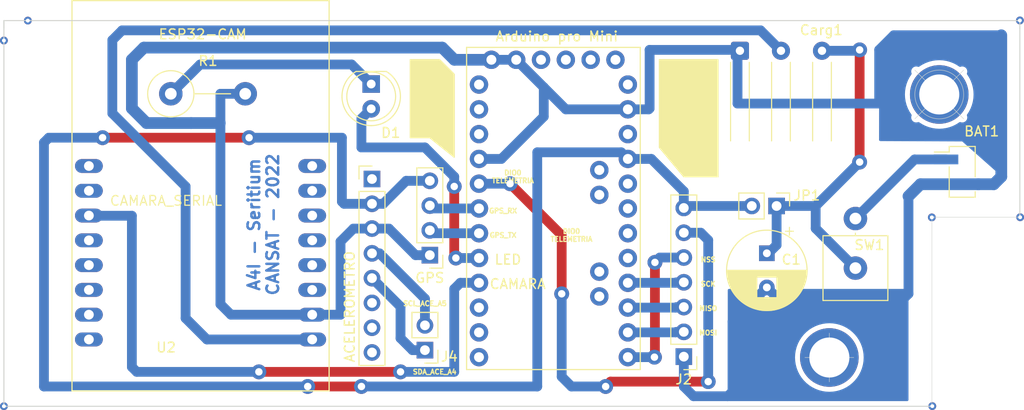
<source format=kicad_pcb>
(kicad_pcb (version 20211014) (generator pcbnew)
  (layers (0 "F.Cu" signal) (31 "B.Cu" signal) (34 "B.Paste" user) (35 "F.Paste" user) (36 "B.SilkS" user "B.Silkscreen") (37 "F.SilkS" user "F.Silkscreen") (38 "B.Mask" user) (39 "F.Mask" user) (44 "Edge.Cuts" user))
  (net 0 "")
  (net 1 "Net-(C1-Pad1)")
  (net 2 "3.7V")
  (net 3 "Net-(D1-Pad1)")
  (net 4 "GND")
  (net 5 "/LED")
  (net 6 "5V")
  (net 15 "/CAMARA")
  (net 22 "3.3V")
  (net 26 "/MOSI")
  (net 27 "/MISO")
  (net 28 "/SCK")
  (net 29 "NSS")
  (net 30 "DIO0")
  (net 31 "/GPS_RX")
  (net 52 "/GPS_TX")
  (net 53 "/SCL_ACE")
  (net 54 "/SDA_ACE")
  (footprint "LED_THT:LED_D5.0mm" (layer "F.Cu") (at 37.6 6.5 -90)
    (fp_text reference "D1" (at 5 -2 180) (layer "F.SilkS"))
    (fp_text value "LED Blanco brillante")
    (fp_line (start -1.29 -1.545) (end -1.29 1.545) (layer "F.SilkS") (width 0.12))
    (fp_arc (start -1.29 -1.54483) (mid 2.072002 -2.880433) (end 4.26 0.000462) (layer "F.SilkS") (width 0.12))
    (fp_arc (start 4.26 -0.000462) (mid 2.072002 2.880433) (end -1.29 1.54483) (layer "F.SilkS") (width 0.12))
    (fp_circle (center 1.27 0) (end 3.77 0) (layer "F.SilkS") (width 0.12) (fill none))
    (pad "1" thru_hole rect (at 0 0 270) (size 1.8 1.8) (drill 0.9) (layers *.Cu *.Mask) (net 3 "Net-(D1-Pad1)"))
    (pad "2" thru_hole circle (at 2.54 0 270) (size 1.8 1.8) (drill 0.9) (layers *.Cu *.Mask) (net 5 "/LED"))
  )
  (footprint "Connector_PinHeader_2.54mm:PinHeader_1x02_P2.54mm_Vertical" (layer "F.Cu") (at 79.1 19 -90)
    (fp_text reference "JP1" (at -1.080059 -3.099988 180) (layer "F.SilkS"))
    (fp_text value "JUMPER_CIRCUITO")
    (fp_line (start 1.33 1.27) (end 1.33 3.87) (layer "F.SilkS") (width 0.12))
    (fp_line (start -1.33 0) (end -1.33 -1.33) (layer "F.SilkS") (width 0.12))
    (fp_line (start -1.33 1.27) (end 1.33 1.27) (layer "F.SilkS") (width 0.12))
    (fp_line (start -1.33 -1.33) (end 0 -1.33) (layer "F.SilkS") (width 0.12))
    (fp_line (start -1.33 1.27) (end -1.33 3.87) (layer "F.SilkS") (width 0.12))
    (fp_line (start -1.33 3.87) (end 1.33 3.87) (layer "F.SilkS") (width 0.12))
    (pad "1" thru_hole rect (at 0 0 270) (size 1.7 1.7) (drill 1) (layers *.Cu *.Mask) (net 1 "Net-(C1-Pad1)"))
    (pad "2" thru_hole oval (at 0 2.54 270) (size 1.7 1.7) (drill 1) (layers *.Cu *.Mask) (net 22 "3.3V"))
  )
  (footprint "ESP32_CAM:ESP32-CAM" (layer "F.Cu") (at 20.130175 22.520979 180)
    (fp_text reference "U2" (at 3.530175 -10.979021) (layer "F.SilkS"))
    (fp_text value "ESP32-CAM")
    (fp_text user "ESP32-CAM" (at -0.219307 21.121858) (layer "F.SilkS"))
    (fp_line (start -13.16 -15.43) (end 13.16 -15.43) (layer "F.SilkS") (width 0.127))
    (fp_line (start 13.16 -15.43) (end 13.16 24.57) (layer "F.SilkS") (width 0.127))
    (fp_line (start -13.16 24.57) (end -13.16 -15.43) (layer "F.SilkS") (width 0.127))
    (fp_line (start 13.16 24.57) (end -13.16 24.57) (layer "F.SilkS") (width 0.127))
    (pad "P$1" thru_hole oval locked (at -11.43 -10.16 180) (size 2.8448 1.4224) (drill 1) (layers *.Cu *.Mask) (net 6 "5V"))
    (pad "P$2" thru_hole oval locked (at -11.43 -7.62 180) (size 2.8448 1.4224) (drill 1) (layers *.Cu *.Mask) (net 4 "GND"))
    (pad "P$3" thru_hole oval locked (at -11.43 -5.08 180) (size 2.8448 1.4224) (drill 1) (layers *.Cu *.Mask))
    (pad "P$4" thru_hole oval locked (at -11.43 -2.54 180) (size 2.8448 1.4224) (drill 1) (layers *.Cu *.Mask))
    (pad "P$5" thru_hole oval locked (at -11.43 0 180) (size 2.8448 1.4224) (drill 1) (layers *.Cu *.Mask))
    (pad "P$6" thru_hole oval locked (at -11.43 2.54 180) (size 2.8448 1.4224) (drill 1) (layers *.Cu *.Mask))
    (pad "P$7" thru_hole oval locked (at -11.43 5.08 180) (size 2.8448 1.4224) (drill 1) (layers *.Cu *.Mask))
    (pad "P$8" thru_hole oval locked (at -11.43 7.62 180) (size 2.8448 1.4224) (drill 1) (layers *.Cu *.Mask))
    (pad "P$9" thru_hole oval locked (at 11.43 7.62 180) (size 2.8448 1.4224) (drill 1) (layers *.Cu *.Mask))
    (pad "P$10" thru_hole oval locked (at 11.43 5.08 180) (size 2.8448 1.4224) (drill 1) (layers *.Cu *.Mask))
    (pad "P$11" thru_hole oval locked (at 11.43 2.54 180) (size 2.8448 1.4224) (drill 1) (layers *.Cu *.Mask) (net 15 "/CAMARA"))
    (pad "P$12" thru_hole oval locked (at 11.43 0 180) (size 2.8448 1.4224) (drill 1) (layers *.Cu *.Mask))
    (pad "P$13" thru_hole oval locked (at 11.43 -2.54 180) (size 2.8448 1.4224) (drill 1) (layers *.Cu *.Mask))
    (pad "P$14" thru_hole oval locked (at 11.43 -5.08 180) (size 2.8448 1.4224) (drill 1) (layers *.Cu *.Mask))
    (pad "P$15" thru_hole oval locked (at 11.43 -7.62 180) (size 2.8448 1.4224) (drill 1) (layers *.Cu *.Mask))
    (pad "P$16" thru_hole oval locked (at 11.43 -10.16 180) (size 2.8448 1.4224) (drill 1) (layers *.Cu *.Mask))
  )
  (footprint "Resistor_THT:R_Axial_DIN0414_L11.9mm_D4.5mm_P7.62mm_Vertical" (layer "F.Cu") (at 17.085 7.5)
    (fp_text reference "R1" (at 3.81 -3.37) (layer "F.SilkS"))
    (fp_text value "220 Ohm")
    (fp_line (start 2.37 0) (end 6.12 0) (layer "F.SilkS") (width 0.12))
    (fp_circle (center 0 0) (end 2.37 0) (layer "F.SilkS") (width 0.12) (fill none))
    (pad "1" thru_hole circle (at 0 0) (size 2.4 2.4) (drill 1.2) (layers *.Cu *.Mask) (net 3 "Net-(D1-Pad1)"))
    (pad "2" thru_hole oval (at 7.62 0) (size 2.4 2.4) (drill 1.2) (layers *.Cu *.Mask) (net 4 "GND"))
  )
  (footprint "Connector_PinHeader_2.54mm:PinHeader_1x02_P2.54mm_Vertical" (layer "F.Cu") (at 43.1 33.775 180)
    (fp_text reference "J4" (at -2.5 -0.665) (layer "F.SilkS"))
    (fp_text value "AEREO")
    (fp_line (start -1.33 3.87) (end 1.33 3.87) (layer "F.SilkS") (width 0.12))
    (fp_line (start -1.33 -1.33) (end 0 -1.33) (layer "F.SilkS") (width 0.12))
    (fp_line (start -1.33 0) (end -1.33 -1.33) (layer "F.SilkS") (width 0.12))
    (fp_line (start -1.33 1.27) (end -1.33 3.87) (layer "F.SilkS") (width 0.12))
    (fp_line (start 1.33 1.27) (end 1.33 3.87) (layer "F.SilkS") (width 0.12))
    (fp_line (start -1.33 1.27) (end 1.33 1.27) (layer "F.SilkS") (width 0.12))
    (pad "1" thru_hole rect (at 0 0 180) (size 1.7 1.7) (drill 1) (layers *.Cu *.Mask) (net 54 "/SDA_ACE"))
    (pad "2" thru_hole oval (at 0 2.54 180) (size 1.7 1.7) (drill 1) (layers *.Cu *.Mask) (net 53 "/SCL_ACE"))
  )
  (footprint "Capacitor_THT:CP_Radial_D8.0mm_P3.50mm" (layer "F.Cu") (at 78.1 23.847349 -90)
    (fp_text reference "C1" (at 0.652651 -2.5 180) (layer "F.SilkS"))
    (fp_text value "47uF")
    (fp_line (start 5.191 -2.228) (end 5.191 2.228) (layer "F.SilkS") (width 0.12))
    (fp_line (start 3.711 1.04) (end 3.711 3.584) (layer "F.SilkS") (width 0.12))
    (fp_line (start 5.351 -1.964) (end 5.351 1.964) (layer "F.SilkS") (width 0.12))
    (fp_line (start 3.911 -3.469) (end 3.911 -1.04) (layer "F.SilkS") (width 0.12))
    (fp_line (start 1.91 -4.077) (end 1.91 4.077) (layer "F.SilkS") (width 0.12))
    (fp_line (start 5.791 -0.768) (end 5.791 0.768) (layer "F.SilkS") (width 0.12))
    (fp_line (start 2.551 1.04) (end 2.551 4.002) (layer "F.SilkS") (width 0.12))
    (fp_line (start 3.431 1.04) (end 3.431 3.722) (layer "F.SilkS") (width 0.12))
    (fp_line (start 3.471 -3.704) (end 3.471 -1.04) (layer "F.SilkS") (width 0.12))
    (fp_line (start 4.391 -3.124) (end 4.391 -1.04) (layer "F.SilkS") (width 0.12))
    (fp_line (start 4.151 -3.309) (end 4.151 -1.04) (layer "F.SilkS") (width 0.12))
    (fp_line (start 4.111 1.04) (end 4.111 3.338) (layer "F.SilkS") (width 0.12))
    (fp_line (start 2.35 -4.037) (end 2.35 4.037) (layer "F.SilkS") (width 0.12))
    (fp_line (start 4.031 -3.392) (end 4.031 -1.04) (layer "F.SilkS") (width 0.12))
    (fp_line (start 3.831 -3.517) (end 3.831 -1.04) (layer "F.SilkS") (width 0.12))
    (fp_line (start 1.79 -4.08) (end 1.79 4.08) (layer "F.SilkS") (width 0.12))
    (fp_line (start 4.631 -2.907) (end 4.631 2.907) (layer "F.SilkS") (width 0.12))
    (fp_line (start 3.711 -3.584) (end 3.711 -1.04) (layer "F.SilkS") (width 0.12))
    (fp_line (start 5.831 -0.533) (end 5.831 0.533) (layer "F.SilkS") (width 0.12))
    (fp_line (start 5.311 -2.034) (end 5.311 2.034) (layer "F.SilkS") (width 0.12))
    (fp_line (start 1.95 -4.076) (end 1.95 4.076) (layer "F.SilkS") (width 0.12))
    (fp_line (start 3.431 -3.722) (end 3.431 -1.04) (layer "F.SilkS") (width 0.12))
    (fp_line (start 2.751 1.04) (end 2.751 3.957) (layer "F.SilkS") (width 0.12))
    (fp_line (start 4.991 -2.505) (end 4.991 2.505) (layer "F.SilkS") (width 0.12))
    (fp_line (start 4.351 -3.156) (end 4.351 -1.04) (layer "F.SilkS") (width 0.12))
    (fp_line (start 2.951 -3.902) (end 2.951 -1.04) (layer "F.SilkS") (width 0.12))
    (fp_line (start 3.751 1.04) (end 3.751 3.562) (layer "F.SilkS") (width 0.12))
    (fp_line (start -2.659698 -2.315) (end -1.859698 -2.315) (layer "F.SilkS") (width 0.12))
    (fp_line (start 3.231 -3.805) (end 3.231 -1.04) (layer "F.SilkS") (width 0.12))
    (fp_line (start 5.751 -0.948) (end 5.751 0.948) (layer "F.SilkS") (width 0.12))
    (fp_line (start 4.871 -2.651) (end 4.871 2.651) (layer "F.SilkS") (width 0.12))
    (fp_line (start 4.831 -2.697) (end 4.831 2.697) (layer "F.SilkS") (width 0.12))
    (fp_line (start 3.551 -3.666) (end 3.551 -1.04) (layer "F.SilkS") (width 0.12))
    (fp_line (start 2.471 1.04) (end 2.471 4.017) (layer "F.SilkS") (width 0.12))
    (fp_line (start 5.511 -1.645) (end 5.511 1.645) (layer "F.SilkS") (width 0.12))
    (fp_line (start 2.551 -4.002) (end 2.551 -1.04) (layer "F.SilkS") (width 0.12))
    (fp_line (start 2.27 -4.048) (end 2.27 4.048) (layer "F.SilkS") (width 0.12))
    (fp_line (start 3.271 1.04) (end 3.271 3.79) (layer "F.SilkS") (width 0.12))
    (fp_line (start 2.15 -4.061) (end 2.15 4.061) (layer "F.SilkS") (width 0.12))
    (fp_line (start 5.711 -1.098) (end 5.711 1.098) (layer "F.SilkS") (width 0.12))
    (fp_line (start 3.551 1.04) (end 3.551 3.666) (layer "F.SilkS") (width 0.12))
    (fp_line (start 3.191 -3.821) (end 3.191 -1.04) (layer "F.SilkS") (width 0.12))
    (fp_line (start 4.351 1.04) (end 4.351 3.156) (layer "F.SilkS") (width 0.12))
    (fp_line (start 4.591 -2.945) (end 4.591 2.945) (layer "F.SilkS") (width 0.12))
    (fp_line (start 2.671 -3.976) (end 2.671 -1.04) (layer "F.SilkS") (width 0.12))
    (fp_line (start 2.07 -4.068) (end 2.07 4.068) (layer "F.SilkS") (width 0.12))
    (fp_line (start 2.831 -3.936) (end 2.831 -1.04) (layer "F.SilkS") (width 0.12))
    (fp_line (start 2.19 -4.057) (end 2.19 4.057) (layer "F.SilkS") (width 0.12))
    (fp_line (start 2.631 1.04) (end 2.631 3.985) (layer "F.SilkS") (width 0.12))
    (fp_line (start 3.951 1.04) (end 3.951 3.444) (layer "F.SilkS") (width 0.12))
    (fp_line (start 2.711 -3.967) (end 2.711 -1.04) (layer "F.SilkS") (width 0.12))
    (fp_line (start 4.191 1.04) (end 4.191 3.28) (layer "F.SilkS") (width 0.12))
    (fp_line (start 5.471 -1.731) (end 5.471 1.731) (layer "F.SilkS") (width 0.12))
    (fp_line (start 4.271 1.04) (end 4.271 3.22) (layer "F.SilkS") (width 0.12))
    (fp_line (start 5.111 -2.345) (end 5.111 2.345) (layer "F.SilkS") (width 0.12))
    (fp_line (start 4.311 1.04) (end 4.311 3.189) (layer "F.SilkS") (width 0.12))
    (fp_line (start 2.871 1.04) (end 2.871 3.925) (layer "F.SilkS") (width 0.12))
    (fp_line (start 3.991 -3.418) (end 3.991 -1.04) (layer "F.SilkS") (width 0.12))
    (fp_line (start -2.259698 -2.715) (end -2.259698 -1.915) (layer "F.SilkS") (width 0.12))
    (fp_line (start 2.471 -4.017) (end 2.471 -1.04) (layer "F.SilkS") (width 0.12))
    (fp_line (start 2.911 1.04) (end 2.911 3.914) (layer "F.SilkS") (width 0.12))
    (fp_line (start 3.791 -3.54) (end 3.791 -1.04) (layer "F.SilkS") (width 0.12))
    (fp_line (start 4.231 -3.25) (end 4.231 -1.04) (layer "F.SilkS") (width 0.12))
    (fp_line (start 1.83 -4.08) (end 1.83 4.08) (layer "F.SilkS") (width 0.12))
    (fp_line (start 4.031 1.04) (end 4.031 3.392) (layer "F.SilkS") (width 0.12))
    (fp_line (start 1.99 -4.074) (end 1.99 4.074) (layer "F.SilkS") (width 0.12))
    (fp_line (start 3.671 -3.606) (end 3.671 -1.04) (layer "F.SilkS") (width 0.12))
    (fp_line (start 4.471 -3.055) (end 4.471 -1.04) (layer "F.SilkS") (width 0.12))
    (fp_line (start 4.711 -2.826) (end 4.711 2.826) (layer "F.SilkS") (width 0.12))
    (fp_line (start 2.951 1.04) (end 2.951 3.902) (layer "F.SilkS") (width 0.12))
    (fp_line (start 4.071 -3.365) (end 4.071 -1.04) (layer "F.SilkS") (width 0.12))
    (fp_line (start 2.591 1.04) (end 2.591 3.994) (layer "F.SilkS") (width 0.12))
    (fp_line (start 2.39 -4.03) (end 2.39 4.03) (layer "F.SilkS") (width 0.12))
    (fp_line (start 2.511 1.04) (end 2.511 4.01) (layer "F.SilkS") (width 0.12))
    (fp_line (start 4.951 -2.556) (end 4.951 2.556) (layer "F.SilkS") (width 0.12))
    (fp_line (start 3.511 -3.686) (end 3.511 -1.04) (layer "F.SilkS") (width 0.12))
    (fp_line (start 5.271 -2.102) (end 5.271 2.102) (layer "F.SilkS") (width 0.12))
    (fp_line (start 2.31 -4.042) (end 2.31 4.042) (layer "F.SilkS") (width 0.12))
    (fp_line (start 3.391 1.04) (end 3.391 3.74) (layer "F.SilkS") (width 0.12))
    (fp_line (start 2.991 1.04) (end 2.991 3.889) (layer "F.SilkS") (width 0.12))
    (fp_line (start 2.991 -3.889) (end 2.991 -1.04) (layer "F.SilkS") (width 0.12))
    (fp_line (start 4.431 1.04) (end 4.431 3.09) (layer "F.SilkS") (width 0.12))
    (fp_line (start 3.911 1.04) (end 3.911 3.469) (layer "F.SilkS") (width 0.12))
    (fp_line (start 3.111 1.04) (end 3.111 3.85) (layer "F.SilkS") (width 0.12))
    (fp_line (start 4.511 -3.019) (end 4.511 -1.04) (layer "F.SilkS") (width 0.12))
    (fp_line (start 2.711 1.04) (end 2.711 3.967) (layer "F.SilkS") (width 0.12))
    (fp_line (start 4.151 1.04) (end 4.151 3.309) (layer "F.SilkS") (width 0.12))
    (fp_line (start 4.391 1.04) (end 4.391 3.124) (layer "F.SilkS") (width 0.12))
    (fp_line (start 4.231 1.04) (end 4.231 3.25) (layer "F.SilkS") (width 0.12))
    (fp_line (start 3.151 -3.835) (end 3.151 -1.04) (layer "F.SilkS") (width 0.12))
    (fp_line (start 3.671 1.04) (end 3.671 3.606) (layer "F.SilkS") (width 0.12))
    (fp_line (start 3.031 -3.877) (end 3.031 -1.04) (layer "F.SilkS") (width 0.12))
    (fp_line (start 3.591 -3.647) (end 3.591 -1.04) (layer "F.SilkS") (width 0.12))
    (fp_line (start 4.071 1.04) (end 4.071 3.365) (layer "F.SilkS") (width 0.12))
    (fp_line (start 2.23 -4.052) (end 2.23 4.052) (layer "F.SilkS") (width 0.12))
    (fp_line (start 3.871 -3.493) (end 3.871 -1.04) (layer "F.SilkS") (width 0.12))
    (fp_line (start 5.671 -1.229) (end 5.671 1.229) (layer "F.SilkS") (width 0.12))
    (fp_line (start 5.551 -1.552) (end 5.551 1.552) (layer "F.SilkS") (width 0.12))
    (fp_line (start 3.511 1.04) (end 3.511 3.686) (layer "F.SilkS") (width 0.12))
    (fp_line (start 2.631 -3.985) (end 2.631 -1.04) (layer "F.SilkS") (width 0.12))
    (fp_line (start 3.311 1.04) (end 3.311 3.774) (layer "F.SilkS") (width 0.12))
    (fp_line (start 4.431 -3.09) (end 4.431 -1.04) (layer "F.SilkS") (width 0.12))
    (fp_line (start 3.751 -3.562) (end 3.751 -1.04) (layer "F.SilkS") (width 0.12))
    (fp_line (start 5.431 -1.813) (end 5.431 1.813) (layer "F.SilkS") (width 0.12))
    (fp_line (start 3.271 -3.79) (end 3.271 -1.04) (layer "F.SilkS") (width 0.12))
    (fp_line (start 2.591 -3.994) (end 2.591 -1.04) (layer "F.SilkS") (width 0.12))
    (fp_line (start 5.591 -1.453) (end 5.591 1.453) (layer "F.SilkS") (width 0.12))
    (fp_line (start 5.231 -2.166) (end 5.231 2.166) (layer "F.SilkS") (width 0.12))
    (fp_line (start 3.871 1.04) (end 3.871 3.493) (layer "F.SilkS") (width 0.12))
    (fp_line (start 3.471 1.04) (end 3.471 3.704) (layer "F.SilkS") (width 0.12))
    (fp_line (start 3.631 -3.627) (end 3.631 -1.04) (layer "F.SilkS") (width 0.12))
    (fp_line (start 4.471 1.04) (end 4.471 3.055) (layer "F.SilkS") (width 0.12))
    (fp_line (start 2.43 -4.024) (end 2.43 4.024) (layer "F.SilkS") (width 0.12))
    (fp_line (start 4.511 1.04) (end 4.511 3.019) (layer "F.SilkS") (width 0.12))
    (fp_line (start 5.031 -2.454) (end 5.031 2.454) (layer "F.SilkS") (width 0.12))
    (fp_line (start 2.11 -4.065) (end 2.11 4.065) (layer "F.SilkS") (width 0.12))
    (fp_line (start 4.791 -2.741) (end 4.791 2.741) (layer "F.SilkS") (width 0.12))
    (fp_line (start 3.111 -3.85) (end 3.111 -1.04) (layer "F.SilkS") (width 0.12))
    (fp_line (start 1.87 -4.079) (end 1.87 4.079) (layer "F.SilkS") (width 0.12))
    (fp_line (start 2.911 -3.914) (end 2.911 -1.04) (layer "F.SilkS") (width 0.12))
    (fp_line (start 4.271 -3.22) (end 4.271 -1.04) (layer "F.SilkS") (width 0.12))
    (fp_line (start 2.791 -3.947) (end 2.791 -1.04) (layer "F.SilkS") (width 0.12))
    (fp_line (start 3.071 1.04) (end 3.071 3.863) (layer "F.SilkS") (width 0.12))
    (fp_line (start 4.911 -2.604) (end 4.911 2.604) (layer "F.SilkS") (width 0.12))
    (fp_line (start 4.751 -2.784) (end 4.751 2.784) (layer "F.SilkS") (width 0.12))
    (fp_line (start 2.751 -3.957) (end 2.751 -1.04) (layer "F.SilkS") (width 0.12))
    (fp_line (start 4.671 -2.867) (end 4.671 2.867) (layer "F.SilkS") (width 0.12))
    (fp_line (start 3.631 1.04) (end 3.631 3.627) (layer "F.SilkS") (width 0.12))
    (fp_line (start 3.311 -3.774) (end 3.311 -1.04) (layer "F.SilkS") (width 0.12))
    (fp_line (start 2.871 -3.925) (end 2.871 -1.04) (layer "F.SilkS") (width 0.12))
    (fp_line (start 2.831 1.04) (end 2.831 3.936) (layer "F.SilkS") (width 0.12))
    (fp_line (start 5.391 -1.89) (end 5.391 1.89) (layer "F.SilkS") (width 0.12))
    (fp_line (start 4.191 -3.28) (end 4.191 -1.04) (layer "F.SilkS") (width 0.12))
    (fp_line (start 4.111 -3.338) (end 4.111 -1.04) (layer "F.SilkS") (width 0.12))
    (fp_line (start 3.991 1.04) (end 3.991 3.418) (layer "F.SilkS") (width 0.12))
    (fp_line (start 2.671 1.04) (end 2.671 3.976) (layer "F.SilkS") (width 0.12))
    (fp_line (start 1.75 -4.08) (end 1.75 4.08) (layer "F.SilkS") (width 0.12))
    (fp_line (start 3.391 -3.74) (end 3.391 -1.04) (layer "F.SilkS") (width 0.12))
    (fp_line (start 3.951 -3.444) (end 3.951 -1.04) (layer "F.SilkS") (width 0.12))
    (fp_line (start 3.591 1.04) (end 3.591 3.647) (layer "F.SilkS") (width 0.12))
    (fp_line (start 2.791 1.04) (end 2.791 3.947) (layer "F.SilkS") (width 0.12))
    (fp_line (start 5.071 -2.4) (end 5.071 2.4) (layer "F.SilkS") (width 0.12))
    (fp_line (start 3.231 1.04) (end 3.231 3.805) (layer "F.SilkS") (width 0.12))
    (fp_line (start 3.151 1.04) (end 3.151 3.835) (layer "F.SilkS") (width 0.12))
    (fp_line (start 2.511 -4.01) (end 2.511 -1.04) (layer "F.SilkS") (width 0.12))
    (fp_line (start 4.551 -2.983) (end 4.551 2.983) (layer "F.SilkS") (width 0.12))
    (fp_line (start 3.351 1.04) (end 3.351 3.757) (layer "F.SilkS") (width 0.12))
    (fp_line (start 5.151 -2.287) (end 5.151 2.287) (layer "F.SilkS") (width 0.12))
    (fp_line (start 3.031 1.04) (end 3.031 3.877) (layer "F.SilkS") (width 0.12))
    (fp_line (start 2.03 -4.071) (end 2.03 4.071) (layer "F.SilkS") (width 0.12))
    (fp_line (start 3.071 -3.863) (end 3.071 -1.04) (layer "F.SilkS") (width 0.12))
    (fp_line (start 3.831 1.04) (end 3.831 3.517) (layer "F.SilkS") (width 0.12))
    (fp_line (start 5.631 -1.346) (end 5.631 1.346) (layer "F.SilkS") (width 0.12))
    (fp_line (start 3.351 -3.757) (end 3.351 -1.04) (layer "F.SilkS") (width 0.12))
    (fp_line (start 3.791 1.04) (end 3.791 3.54) (layer "F.SilkS") (width 0.12))
    (fp_line (start 3.191 1.04) (end 3.191 3.821) (layer "F.SilkS") (width 0.12))
    (fp_line (start 4.311 -3.189) (end 4.311 -1.04) (layer "F.SilkS") (width 0.12))
    (fp_circle (center 1.75 0) (end 5.87 0) (layer "F.SilkS") (width 0.12) (fill none))
    (pad "1" thru_hole rect (at 0 0 270) (size 1.6 1.6) (drill 0.8) (layers *.Cu *.Mask) (net 1 "Net-(C1-Pad1)"))
    (pad "2" thru_hole circle (at 3.5 0 270) (size 1.6 1.6) (drill 0.8) (layers *.Cu *.Mask) (net 4 "GND"))
  )
  (footprint "Resistor_THT:R_Axial_Power_L20.0mm_W6.4mm_P5.08mm_Vertical" (layer "F.Cu") (at 87.169878 25.366348 90)
    (fp_text reference "SW1" (at 2.366348 1.430122 180) (layer "F.SilkS"))
    (fp_text value "Interruptor general")
    (fp_line (start 3.32 3.32) (end 3.32 -3.32) (layer "F.SilkS") (width 0.12))
    (fp_line (start -3.32 3.32) (end 3.32 3.32) (layer "F.SilkS") (width 0.12))
    (fp_line (start 3.32 -3.32) (end -3.32 -3.32) (layer "F.SilkS") (width 0.12))
    (fp_line (start -3.32 -3.32) (end -3.32 3.32) (layer "F.SilkS") (width 0.12))
    (fp_line (start 3.32 0) (end 3.58 0) (layer "F.SilkS") (width 0.12))
    (pad "1" thru_hole circle (at 0 0 90) (size 2.4 2.4) (drill 1.2) (layers *.Cu *.Mask) (net 1 "Net-(C1-Pad1)"))
    (pad "2" thru_hole oval (at 5.08 0 90) (size 2.4 2.4) (drill 1.2) (layers *.Cu *.Mask) (net 2 "3.7V"))
  )
  (footprint "Connector_PinHeader_2.54mm:PinHeader_1x02_P2.54mm_Vertical_SMD_Pin1Left" (layer "F.Cu") (at 98.1 15.5)
    (fp_text reference "BAT1" (at 1.99439 -4.149318) (layer "F.SilkS"))
    (fp_text value "Pilas")
    (fp_line (start 1.33 -2.6) (end 1.33 0.51) (layer "F.SilkS") (width 0.12))
    (fp_line (start -1.33 -2.03) (end -2.85 -2.03) (layer "F.SilkS") (width 0.12))
    (fp_line (start -1.33 -2.6) (end -1.33 -2.03) (layer "F.SilkS") (width 0.12))
    (fp_line (start 1.33 2.03) (end 1.33 2.6) (layer "F.SilkS") (width 0.12))
    (fp_line (start -1.33 -0.51) (end -1.33 2.6) (layer "F.SilkS") (width 0.12))
    (fp_line (start -1.33 -2.6) (end 1.33 -2.6) (layer "F.SilkS") (width 0.12))
    (fp_line (start -1.33 2.6) (end 1.33 2.6) (layer "F.SilkS") (width 0.12))
    (pad "1" smd rect (at -1.655 -1.27) (size 2.51 1) (layers "B.Cu" "F.Paste" "F.Mask") (net 2 "3.7V"))
    (pad "2" smd rect (at 1.655 1.27) (size 2.51 1) (layers "B.Cu" "F.Paste" "F.Mask") (net 4 "GND"))
  )
  (footprint "Connector_PinHeader_2.54mm:PinHeader_1x07_P2.54mm_Vertical" (layer "F.Cu") (at 69.6 34.442476 180)
    (fp_text reference "J2" (at 0 -2.33) (layer "F.SilkS"))
    (fp_text value "LORA 868Mhz")
    (fp_line (start -1.33 -1.33) (end 0 -1.33) (layer "F.SilkS") (width 0.12))
    (fp_line (start -1.33 1.27) (end 1.33 1.27) (layer "F.SilkS") (width 0.12))
    (fp_line (start 1.33 1.27) (end 1.33 16.57) (layer "F.SilkS") (width 0.12))
    (fp_line (start -1.33 1.27) (end -1.33 16.57) (layer "F.SilkS") (width 0.12))
    (fp_line (start -1.33 16.57) (end 1.33 16.57) (layer "F.SilkS") (width 0.12))
    (fp_line (start -1.33 0) (end -1.33 -1.33) (layer "F.SilkS") (width 0.12))
    (pad "1" thru_hole rect (at 0 0 180) (size 1.7 1.7) (drill 1) (layers *.Cu *.Mask) (net 4 "GND"))
    (pad "2" thru_hole oval (at 0 2.54 180) (size 1.7 1.7) (drill 1) (layers *.Cu *.Mask) (net 26 "/MOSI"))
    (pad "3" thru_hole oval (at 0 5.08 180) (size 1.7 1.7) (drill 1) (layers *.Cu *.Mask) (net 27 "/MISO"))
    (pad "4" thru_hole oval (at 0 7.62 180) (size 1.7 1.7) (drill 1) (layers *.Cu *.Mask) (net 28 "/SCK"))
    (pad "5" thru_hole oval (at 0 10.16 180) (size 1.7 1.7) (drill 1) (layers *.Cu *.Mask) (net 29 "NSS"))
    (pad "6" thru_hole oval (at 0 12.7 180) (size 1.7 1.7) (drill 1) (layers *.Cu *.Mask) (net 30 "DIO0"))
    (pad "7" thru_hole oval (at 0 15.24 180) (size 1.7 1.7) (drill 1) (layers *.Cu *.Mask) (net 22 "3.3V"))
  )
  (footprint "Connector_PinHeader_2.54mm:PinHeader_1x08_P2.54mm_Vertical" (layer "F.Cu") (at 37.680833 16.23489)
    (fp_text reference "ACELEROMETRO" (at -2.280811 13.08526 90) (layer "F.SilkS"))
    (fp_text value "GY-87")
    (fp_line (start 1.33 1.27) (end 1.33 19.11) (layer "F.SilkS") (width 0.12))
    (fp_line (start -1.33 -1.33) (end 0 -1.33) (layer "F.SilkS") (width 0.12))
    (fp_line (start -1.33 1.27) (end 1.33 1.27) (layer "F.SilkS") (width 0.12))
    (fp_line (start -1.33 1.27) (end -1.33 19.11) (layer "F.SilkS") (width 0.12))
    (fp_line (start -1.33 19.11) (end 1.33 19.11) (layer "F.SilkS") (width 0.12))
    (fp_line (start -1.33 0) (end -1.33 -1.33) (layer "F.SilkS") (width 0.12))
    (pad "1" thru_hole rect (at 0 0) (size 1.7 1.7) (drill 1) (layers *.Cu *.Mask))
    (pad "2" thru_hole oval (at 0 2.54) (size 1.7 1.7) (drill 1) (layers *.Cu *.Mask) (net 22 "3.3V"))
    (pad "3" thru_hole oval (at 0 5.08) (size 1.7 1.7) (drill 1) (layers *.Cu *.Mask) (net 4 "GND"))
    (pad "4" thru_hole oval (at 0 7.62) (size 1.7 1.7) (drill 1) (layers *.Cu *.Mask) (net 53 "/SCL_ACE"))
    (pad "5" thru_hole oval (at 0 10.16) (size 1.7 1.7) (drill 1) (layers *.Cu *.Mask) (net 54 "/SDA_ACE"))
    (pad "6" thru_hole oval (at 0 12.7) (size 1.7 1.7) (drill 1) (layers *.Cu *.Mask))
    (pad "7" thru_hole oval (at 0 15.24) (size 1.7 1.7) (drill 1) (layers *.Cu *.Mask))
    (pad "8" thru_hole oval (at 0 17.78) (size 1.7 1.7) (drill 1) (layers *.Cu *.Mask))
  )
  (footprint "Connector_PinHeader_2.54mm:PinHeader_1x04_P2.54mm_Vertical" (layer "F.Cu") (at 43.6 24.04 180)
    (fp_text reference "GPS" (at 0 -2.33) (layer "F.SilkS"))
    (fp_text value "GPS_NEO_6")
    (fp_line (start -1.33 8.95) (end 1.33 8.95) (layer "F.SilkS") (width 0.12))
    (fp_line (start -1.33 1.27) (end -1.33 8.95) (layer "F.SilkS") (width 0.12))
    (fp_line (start -1.33 -1.33) (end 0 -1.33) (layer "F.SilkS") (width 0.12))
    (fp_line (start 1.33 1.27) (end 1.33 8.95) (layer "F.SilkS") (width 0.12))
    (fp_line (start -1.33 0) (end -1.33 -1.33) (layer "F.SilkS") (width 0.12))
    (fp_line (start -1.33 1.27) (end 1.33 1.27) (layer "F.SilkS") (width 0.12))
    (pad "1" thru_hole rect (at 0 0 180) (size 1.7 1.7) (drill 1) (layers *.Cu *.Mask) (net 4 "GND"))
    (pad "2" thru_hole oval (at 0 2.54 180) (size 1.7 1.7) (drill 1) (layers *.Cu *.Mask) (net 52 "/GPS_TX"))
    (pad "3" thru_hole oval (at 0 5.08 180) (size 1.7 1.7) (drill 1) (layers *.Cu *.Mask) (net 31 "/GPS_RX"))
    (pad "4" thru_hole oval (at 0 7.62 180) (size 1.7 1.7) (drill 1) (layers *.Cu *.Mask) (net 22 "3.3V"))
  )
  (footprint "ARDUINO_PRO_MINI:MODULE_ARDUINO_PRO_MINI" (layer "F.Cu") (at 56.254119 19.254597)
    (fp_text reference "Arduino pro Mini" (at 0.345881 -17.635) (layer "F.SilkS"))
    (fp_text value "ARDUINO_PRO_MINI")
    (fp_line (start -8.89 -16.51) (end -8.89 16.51) (layer "F.SilkS") (width 0.127))
    (fp_line (start 8.89 -16.51) (end -8.89 -16.51) (layer "F.SilkS") (width 0.127))
    (fp_line (start 8.89 16.51) (end 8.89 -16.51) (layer "F.SilkS") (width 0.127))
    (fp_line (start -8.89 16.51) (end 8.89 16.51) (layer "F.SilkS") (width 0.127))
    (pad "JP1_1" thru_hole circle locked (at 6.35 -15.24) (size 1.8796 1.8796) (drill 1.016) (layers *.Cu *.Mask))
    (pad "JP1_2" thru_hole circle locked (at 3.81 -15.24) (size 1.8796 1.8796) (drill 1.016) (layers *.Cu *.Mask))
    (pad "JP1_3" thru_hole circle locked (at 1.27 -15.24) (size 1.8796 1.8796) (drill 1.016) (layers *.Cu *.Mask))
    (pad "JP1_4" thru_hole circle locked (at -1.27 -15.24) (size 1.8796 1.8796) (drill 1.016) (layers *.Cu *.Mask))
    (pad "JP1_5" thru_hole circle locked (at -3.81 -15.24) (size 1.8796 1.8796) (drill 1.016) (layers *.Cu *.Mask) (net 4 "GND"))
    (pad "JP1_6" thru_hole circle locked (at -6.35 -15.24) (size 1.8796 1.8796) (drill 1.016) (layers *.Cu *.Mask) (net 4 "GND"))
    (pad "JP2_1" thru_hole circle locked (at 4.699 -1.397) (size 1.8796 1.8796) (drill 1.016) (layers *.Cu *.Mask))
    (pad "JP2_2" thru_hole circle locked (at 4.699 -3.937) (size 1.8796 1.8796) (drill 1.016) (layers *.Cu *.Mask))
    (pad "JP3_1" thru_hole circle locked (at 4.699 9.017) (size 1.8796 1.8796) (drill 1.016) (layers *.Cu *.Mask))
    (pad "JP3_2" thru_hole circle locked (at 4.699 6.477) (size 1.8796 1.8796) (drill 1.016) (layers *.Cu *.Mask))
    (pad "JP6_1" thru_hole circle locked (at 7.62 -12.7) (size 1.8796 1.8796) (drill 1.016) (layers *.Cu *.Mask))
    (pad "JP6_2" thru_hole circle locked (at 7.62 -10.16) (size 1.8796 1.8796) (drill 1.016) (layers *.Cu *.Mask) (net 4 "GND"))
    (pad "JP6_3" thru_hole circle locked (at 7.62 -7.62) (size 1.8796 1.8796) (drill 1.016) (layers *.Cu *.Mask))
    (pad "JP6_4" thru_hole circle locked (at 7.62 -5.08) (size 1.8796 1.8796) (drill 1.016) (layers *.Cu *.Mask) (net 22 "3.3V"))
    (pad "JP6_5" thru_hole circle locked (at 7.62 -2.54) (size 1.8796 1.8796) (drill 1.016) (layers *.Cu *.Mask))
    (pad "JP6_6" thru_hole circle locked (at 7.62 0) (size 1.8796 1.8796) (drill 1.016) (layers *.Cu *.Mask))
    (pad "JP6_7" thru_hole circle locked (at 7.62 2.54) (size 1.8796 1.8796) (drill 1.016) (layers *.Cu *.Mask))
    (pad "JP6_8" thru_hole circle locked (at 7.62 5.08) (size 1.8796 1.8796) (drill 1.016) (layers *.Cu *.Mask))
    (pad "JP6_9" thru_hole circle locked (at 7.62 7.62) (size 1.8796 1.8796) (drill 1.016) (layers *.Cu *.Mask) (net 28 "/SCK"))
    (pad "JP6_10" thru_hole circle locked (at 7.62 10.16) (size 1.8796 1.8796) (drill 1.016) (layers *.Cu *.Mask) (net 27 "/MISO"))
    (pad "JP6_11" thru_hole circle locked (at 7.62 12.7) (size 1.8796 1.8796) (drill 1.016) (layers *.Cu *.Mask) (net 26 "/MOSI"))
    (pad "JP6_12" thru_hole circle locked (at 7.62 15.24) (size 1.8796 1.8796) (drill 1.016) (layers *.Cu *.Mask) (net 29 "NSS"))
    (pad "JP7_1" thru_hole circle locked (at -7.62 15.24) (size 1.8796 1.8796) (drill 1.016) (layers *.Cu *.Mask))
    (pad "JP7_2" thru_hole circle locked (at -7.62 12.7) (size 1.8796 1.8796) (drill 1.016) (layers *.Cu *.Mask))
    (pad "JP7_3" thru_hole circle locked (at -7.62 10.16) (size 1.8796 1.8796) (drill 1.016) (layers *.Cu *.Mask))
    (pad "JP7_4" thru_hole circle locked (at -7.62 7.62) (size 1.8796 1.8796) (drill 1.016) (layers *.Cu *.Mask) (net 15 "/CAMARA"))
    (pad "JP7_5" thru_hole circle locked (at -7.62 5.08) (size 1.8796 1.8796) (drill 1.016) (layers *.Cu *.Mask) (net 5 "/LED"))
    (pad "JP7_6" thru_hole circle locked (at -7.62 2.54) (size 1.8796 1.8796) (drill 1.016) (layers *.Cu *.Mask) (net 52 "/GPS_TX"))
    (pad "JP7_7" thru_hole circle locked (at -7.62 0) (size 1.8796 1.8796) (drill 1.016) (layers *.Cu *.Mask) (net 31 "/GPS_RX"))
    (pad "JP7_8" thru_hole circle locked (at -7.62 -2.54) (size 1.8796 1.8796) (drill 1.016) (layers *.Cu *.Mask) (net 30 "DIO0"))
    (pad "JP7_9" thru_hole circle locked (at -7.62 -5.08) (size 1.8796 1.8796) (drill 1.016) (layers *.Cu *.Mask) (net 4 "GND"))
    (pad "JP7_10" thru_hole circle locked (at -7.62 -7.62) (size 1.8796 1.8796) (drill 1.016) (layers *.Cu *.Mask))
    (pad "JP7_11" thru_hole circle locked (at -7.62 -10.16) (size 1.8796 1.8796) (drill 1.016) (layers *.Cu *.Mask))
    (pad "JP7_12" thru_hole circle locked (at -7.62 -12.7) (size 1.8796 1.8796) (drill 1.016) (layers *.Cu *.Mask))
  )
  (footprint "Connector_Wire:SolderWire-0.25sqmm_1x03_P4.2mm_D0.65mm_OD1.7mm_Relief" (layer "F.Cu") (at 75.346624 3.091166)
    (fp_text reference "Carg1" (at 8.327034 -2.118565) (layer "F.SilkS"))
    (fp_text value "Cargador")
    (fp_line (start 0.96 1.185) (end 0.96 9.24) (layer "F.SilkS") (width 0.12))
    (fp_line (start -0.96 1.185) (end -0.96 9.24) (layer "F.SilkS") (width 0.12))
    (fp_line (start 9.36 1.185) (end 9.36 9.24) (layer "F.SilkS") (width 0.12))
    (fp_line (start 5.16 1.185) (end 5.16 9.24) (layer "F.SilkS") (width 0.12))
    (fp_line (start 7.44 1.185) (end 7.44 9.24) (layer "F.SilkS") (width 0.12))
    (fp_line (start 3.24 1.185) (end 3.24 9.24) (layer "F.SilkS") (width 0.12))
    (pad "" np_thru_hole circle (at 0 10.2) (size 2.2 2.2) (drill 2.2) (layers *.Cu *.Mask))
    (pad "" np_thru_hole circle (at 8.4 10.2) (size 2.2 2.2) (drill 2.2) (layers *.Cu *.Mask))
    (pad "" np_thru_hole circle (at 4.2 10.2) (size 2.2 2.2) (drill 2.2) (layers *.Cu *.Mask))
    (pad "1" thru_hole roundrect (at 0 0) (size 1.85 1.85) (drill 0.85) (layers *.Cu *.Mask) (roundrect_rratio 0.1351351351) (net 4 "GND"))
    (pad "2" thru_hole circle (at 4.2 0) (size 1.85 1.85) (drill 0.85) (layers *.Cu *.Mask) (net 6 "5V"))
    (pad "3" thru_hole circle (at 8.4 0) (size 1.85 1.85) (drill 0.85) (layers *.Cu *.Mask) (net 1 "Net-(C1-Pad1)"))
  )
  (gr_poly (pts (xy 46.1 5.5) (xy 46.1 14) (xy 43.6 12) (xy 41.6 12) (xy 41.6 4) (xy 44.6 4)) (layer "F.SilkS") (width 0.12) (fill solid))
  (gr_poly (pts (xy 73.1 16) (xy 69.6 16) (xy 67.1 13) (xy 67.1 4) (xy 73.1 4)) (layer "F.SilkS") (width 0.12) (fill solid))
  (gr_line (start 104 0.77) (end 104 20.15) (layer "Edge.Cuts") (width 0.1))
  (gr_line (start 0 0) (end 104 0) (layer "Edge.Cuts") (width 0.1))
  (gr_line (start 0 39.53) (end 0 0) (layer "Edge.Cuts") (width 0.1))
  (gr_line (start 0 0) (end 0 0.77) (layer "Edge.Cuts") (width 0.1))
  (gr_line (start 95 39.53) (end 0 39.53) (layer "Edge.Cuts") (width 0.1))
  (gr_line (start 104 0) (end 104 0.77) (layer "Edge.Cuts") (width 0.1))
  (gr_line (start 95 39.53) (end 95 20.15) (layer "Edge.Cuts") (width 0.05))
  (gr_line (start 95 20.15) (end 104 20.15) (layer "Edge.Cuts") (width 0.05))
  (gr_text "A4I - Seritium\nCANSAT - 2022" (at 26.563121 20.898731 90) (layer "B.Cu") (effects (font (size 1.2 1.2) (thickness 0.25))))
  (gr_text "NSS" (at 72.1 24.5) (layer "F.SilkS") (effects (font (size 0.5 0.5) (thickness 0.125))))
  (gr_text "MOSI" (at 72.1 32) (layer "F.SilkS") (effects (font (size 0.5 0.5) (thickness 0.125))))
  (gr_text "GPS_TX" (at 51.1 22) (layer "F.SilkS") (effects (font (size 0.5 0.5) (thickness 0.125))))
  (gr_text "SDA_ACE_A4" (at 44.1 36) (layer "F.SilkS") (effects (font (size 0.5 0.5) (thickness 0.125))))
  (gr_text "CAMARA" (at 52.6 27) (layer "F.SilkS") (effects (font (size 1 1))))
  (gr_text "DIO0\nTELEMETRIA" (at 58.1 22) (layer "F.SilkS") (effects (font (size 0.5 0.5) (thickness 0.125))))
  (gr_text "LED" (at 51.6 24.5) (layer "F.SilkS") (effects (font (size 1 1))))
  (gr_text "SCL_ACE_A5" (at 43.1 29) (layer "F.SilkS") (effects (font (size 0.5 0.5) (thickness 0.125))))
  (gr_text "DIO0\nTELEMETRIA" (at 52.1 16) (layer "F.SilkS") (effects (font (size 0.5 0.5) (thickness 0.125))))
  (gr_text "MISO" (at 72.1 29.5) (layer "F.SilkS") (effects (font (size 0.5 0.5) (thickness 0.125))))
  (gr_text "CAMARA_SERIAL" (at 16.6 18.465528) (layer "F.SilkS") (effects (font (size 1 1) (thickness 0.125))))
  (gr_text "GPS_RX" (at 51.1 19.5) (layer "F.SilkS") (effects (font (size 0.5 0.5) (thickness 0.125))))
  (gr_text "SCK" (at 72.1 27) (layer "F.SilkS") (effects (font (size 0.5 0.5) (thickness 0.125))))
  (target plus (at 84.5 34.53) (size 5) (width 0.05) (layer "Edge.Cuts"))
  (target x (at 95.75 7.57) (size 5) (width 0.05) (layer "Edge.Cuts"))
  (via (at 2.448493 -0.002549) (size 0.8) (drill 0.4) (layers "F.Cu" "B.Cu") (net 0))
  (via (at 95.038554 39.513053) (size 0.8) (drill 0.4) (layers "F.Cu" "B.Cu") (net 0))
  (via (at 94.990328 20.168303) (size 0.8) (drill 0.4) (layers "F.Cu" "B.Cu") (net 0))
  (via (at 104.032829 20.154907) (size 0.8) (drill 0.4) (layers "F.Cu" "B.Cu") (net 0))
  (via (at 0 2.04) (size 0.8) (drill 0.4) (layers "F.Cu" "B.Cu") (net 0))
  (via (at 104.006037 -0.017734) (size 0.8) (drill 0.4) (layers "F.Cu" "B.Cu") (net 0))
  (via (at 95.75 7.57) (size 6) (drill 4.1) (layers "F.Cu" "B.Cu") (net 0))
  (via (at 84.5 34.53) (size 6) (drill 4.1) (layers "F.Cu" "B.Cu") (net 0))
  (via (at 0 39.52312) (size 0.8) (drill 0.4) (layers "F.Cu" "B.Cu") (net 0))
  (segment (start 87.6 3) (end 87.6 14.5) (width 1) (layer "F.Cu") (net 1))
  (via (at 87.6 3) (size 1.524) (drill 0.76) (layers "F.Cu" "B.Cu") (net 1))
  (via (at 87.6 14.5) (size 1.524) (drill 0.76) (layers "F.Cu" "B.Cu") (net 1))
  (segment (start 79.1 19) (end 83.1 19) (width 1) (layer "B.Cu") (net 1))
  (segment (start 78.1 23.847349) (end 78.252651 23.847349) (width 1) (layer "B.Cu") (net 1))
  (segment (start 87.169878 25.366348) (end 83.1 21.29647) (width 1) (layer "B.Cu") (net 1))
  (segment (start 83.746624 3.091166) (end 87.508834 3.091166) (width 1) (layer "B.Cu") (net 1))
  (segment (start 78.252651 23.847349) (end 79.1 23) (width 1) (layer "B.Cu") (net 1))
  (segment (start 83.1 19) (end 87.6 14.5) (width 1) (layer "B.Cu") (net 1))
  (segment (start 79.1 23) (end 79.1 19) (width 1) (layer "B.Cu") (net 1))
  (segment (start 83.1 21.29647) (end 83.1 19) (width 1) (layer "B.Cu") (net 1))
  (segment (start 87.508834 3.091166) (end 87.6 3) (width 1) (layer "B.Cu") (net 1))
  (segment (start 93.226226 14.23) (end 87.169878 20.286348) (width 1) (layer "B.Cu") (net 2))
  (segment (start 96.445 14.23) (end 93.226226 14.23) (width 1) (layer "B.Cu") (net 2))
  (segment (start 35.6 4.5) (end 20.085 4.5) (width 1) (layer "B.Cu") (net 3))
  (segment (start 37.6 6.5) (end 35.6 4.5) (width 1) (layer "B.Cu") (net 3))
  (segment (start 20.085 4.5) (end 17.085 7.5) (width 1) (layer "B.Cu") (net 3))
  (segment (start 57.524119 9.094597) (end 55.264761 6.835239) (width 1) (layer "B.Cu") (net 4))
  (segment (start 74.1 38.5) (end 70.6 38.5) (width 1) (layer "B.Cu") (net 4))
  (segment (start 37.680833 21.31489) (end 39.41489 21.31489) (width 1) (layer "B.Cu") (net 4))
  (segment (start 13.1 9) (end 14.6 10.5) (width 1.2) (layer "B.Cu") (net 4))
  (segment (start 22.165 29.065) (end 22.165 10.435) (width 1) (layer "B.Cu") (net 4))
  (segment (start 75.346624 3.091166) (end 75.1 3.33779) (width 1) (layer "B.Cu") (net 4))
  (segment (start 55.264761 6.835239) (end 52.444119 4.014597) (width 1) (layer "B.Cu") (net 4))
  (segment (start 14.333834 2.766166) (end 13.1 4) (width 1.2) (layer "B.Cu") (net 4))
  (segment (start 34.459021 30.140979) (end 31.560175 30.140979) (width 1) (layer "B.Cu") (net 4))
  (segment (start 74.6 38) (end 74.1 38.5) (width 1) (layer "B.Cu") (net 4))
  (segment (start 93.83 16.77) (end 92.6 18) (width 1.2) (layer "B.Cu") (net 4))
  (segment (start 48.634119 14.174597) (end 50.925403 14.174597) (width 1) (layer "B.Cu") (net 4))
  (segment (start 102.1 16) (end 102.1 1.5) (width 1.2) (layer "B.Cu") (net 4))
  (segment (start 89.6 3) (end 89.6 8.5) (width 1) (layer "B.Cu") (net 4))
  (segment (start 63.874119 9.094597) (end 66.005403 9.094597) (width 1) (layer "B.Cu") (net 4))
  (segment (start 39.41489 21.31489) (end 42.14 24.04) (width 1) (layer "B.Cu") (net 4))
  (segment (start 23.240979 30.140979) (end 22.165 29.065) (width 1) (layer "B.Cu") (net 4))
  (segment (start 101.33 16.77) (end 102.1 16) (width 1.2) (layer "B.Cu") (net 4))
  (segment (start 22.165 10.435) (end 22.165 7.5) (width 1) (layer "B.Cu") (net 4))
  (segment (start 92.6 28) (end 92.1 28.5) (width 1) (layer "B.Cu") (net 4))
  (segment (start 66.1 9) (end 66.1 3) (width 1) (layer "B.Cu") (net 4))
  (segment (start 91.1 1.5) (end 89.6 3) (width 1) (layer "B.Cu") (net 4))
  (segment (start 69.6 37.5) (end 69.6 34.442476) (width 1) (layer "B.Cu") (net 4))
  (segment (start 55.264761 9.835239) (end 55.264761 6.835239) (width 1) (layer "B.Cu") (net 4))
  (segment (start 42.14 24.04) (end 43.6 24.04) (width 1) (layer "B.Cu") (net 4))
  (segment (start 89.6 8.5) (end 75.1 8.5) (width 1) (layer "B.Cu") (net 4))
  (segment (start 22.1 10.5) (end 22.165 10.435) (width 1) (layer "B.Cu") (net 4))
  (segment (start 75.1 3.33779) (end 75.1 8.5) (width 1) (layer "B.Cu") (net 4))
  (segment (start 102.1 1.5) (end 91.1 1.5) (width 1) (layer "B.Cu") (net 4))
  (segment (start 92.6 18) (end 92.6 28) (width 1) (layer "B.Cu") (net 4))
  (segment (start 99.755 16.77) (end 101.33 16.77) (width 1.2) (layer "B.Cu") (net 4))
  (segment (start 79.252651 28.5) (end 78.1 27.347349) (width 1) (layer "B.Cu") (net 4))
  (segment (start 37.680833 21.31489) (end 35.78511 21.31489) (width 1) (layer "B.Cu") (net 4))
  (segment (start 19.165 10.5) (end 22.1 10.5) (width 1.2) (layer "B.Cu") (net 4))
  (segment (start 92.1 28.5) (end 79.252651 28.5) (width 1) (layer "B.Cu") (net 4))
  (segment (start 35.78511 21.31489) (end 34.459021 22.640979) (width 1) (layer "B.Cu") (net 4))
  (segment (start 49.904119 4.014597) (end 52.444119 4.014597) (width 1) (layer "B.Cu") (net 4))
  (segment (start 70.6 38.5) (end 69.6 37.5) (width 1) (layer "B.Cu") (net 4))
  (segment (start 46.114597 4.014597) (end 44.866166 2.766166) (width 1.2) (layer "B.Cu") (net 4))
  (segment (start 31.560175 30.140979) (end 23.240979 30.140979) (width 1) (layer "B.Cu") (net 4))
  (segment (start 14.6 10.5) (end 19.165 10.5) (width 1.2) (layer "B.Cu") (net 4))
  (segment (start 34.459021 22.640979) (end 34.459021 30.140979) (width 1) (layer "B.Cu") (net 4))
  (segment (start 66.1 3) (end 75.255458 3) (width 1) (layer "B.Cu") (net 4))
  (segment (start 78.1 27.347349) (end 74.6 30.847349) (width 1) (layer "B.Cu") (net 4))
  (segment (start 13.1 4) (end 13.1 9) (width 1.2) (layer "B.Cu") (net 4))
  (segment (start 75.255458 3) (end 75.346624 3.091166) (width 1) (layer "B.Cu") (net 4))
  (segment (start 63.874119 9.094597) (end 57.524119 9.094597) (width 1) (layer "B.Cu") (net 4))
  (segment (start 66.005403 9.094597) (end 66.1 9) (width 1) (layer "B.Cu") (net 4))
  (segment (start 99.755 16.77) (end 93.83 16.77) (width 1.2) (layer "B.Cu") (net 4))
  (segment (start 74.6 30.847349) (end 74.6 38) (width 1) (layer "B.Cu") (net 4))
  (segment (start 50.925403 14.174597) (end 55.264761 9.835239) (width 1) (layer "B.Cu") (net 4))
  (segment (start 44.866166 2.766166) (end 14.333834 2.766166) (width 1.2) (layer "B.Cu") (net 4))
  (segment (start 49.904119 4.014597) (end 46.114597 4.014597) (width 1.2) (layer "B.Cu") (net 4))
  (segment (start 24.705 7.5) (end 22.165 7.5) (width 1) (layer "B.Cu") (net 4))
  (segment (start 46.1 17) (end 46.1 24.169194) (width 1) (layer "F.Cu") (net 5))
  (segment (start 46.1 24.169194) (end 46.265403 24.334597) (width 1) (layer "F.Cu") (net 5))
  (via (at 46.265403 24.334597) (size 1.524) (drill 0.76) (layers "F.Cu" "B.Cu") (net 5))
  (via (at 46.1 17) (size 1.524) (drill 0.76) (layers "F.Cu" "B.Cu") (net 5))
  (segment (start 48.634119 24.334597) (end 46.265403 24.334597) (width 1) (layer "B.Cu") (net 5))
  (segment (start 43.1 13) (end 36.6 13) (width 1) (layer "B.Cu") (net 5))
  (segment (start 37.6 9.04) (end 36.6 10.04) (width 1) (layer "B.Cu") (net 5))
  (segment (start 46.1 16) (end 43.1 13) (width 1) (layer "B.Cu") (net 5))
  (segment (start 36.6 10.04) (end 36.6 13) (width 1) (layer "B.Cu") (net 5))
  (segment (start 46.1 17) (end 46.1 16) (width 1) (layer "B.Cu") (net 5))
  (segment (start 11.1 9.5) (end 11.1 2) (width 1) (layer "B.Cu") (net 6))
  (segment (start 77.455458 1) (end 79.546624 3.091166) (width 1) (layer "B.Cu") (net 6))
  (segment (start 12.1 1) (end 77.455458 1) (width 1) (layer "B.Cu") (net 6))
  (segment (start 18.6 30.5) (end 18.6 17) (width 1) (layer "B.Cu") (net 6))
  (segment (start 11.1 2) (end 12.1 1) (width 1) (layer "B.Cu") (net 6))
  (segment (start 18.6 17) (end 11.1 9.5) (width 1) (layer "B.Cu") (net 6))
  (segment (start 20.780979 32.680979) (end 18.6 30.5) (width 1) (layer "B.Cu") (net 6))
  (segment (start 31.560175 32.680979) (end 20.780979 32.680979) (width 1) (layer "B.Cu") (net 6))
  (segment (start 26.1 36) (end 40.6 36) (width 1) (layer "F.Cu") (net 15))
  (via (at 40.6 36) (size 1.524) (drill 0.76) (layers "F.Cu" "B.Cu") (net 15))
  (via (at 26.1 36) (size 1.524) (drill 0.76) (layers "F.Cu" "B.Cu") (net 15))
  (segment (start 46.1 27.5) (end 46.1 36) (width 1) (layer "B.Cu") (net 15))
  (segment (start 8.700175 19.980979) (end 9.700175 19.980979) (width 1) (layer "B.Cu") (net 15))
  (segment (start 13.6 36) (end 26.1 36) (width 1) (layer "B.Cu") (net 15))
  (segment (start 9.700175 19.980979) (end 9.719196 20) (width 1) (layer "B.Cu") (net 15))
  (segment (start 46.1 36) (end 40.6 36) (width 1) (layer "B.Cu") (net 15))
  (segment (start 13.1 20) (end 13.1 35.5) (width 1) (layer "B.Cu") (net 15))
  (segment (start 9.719196 20) (end 13.1 20) (width 1) (layer "B.Cu") (net 15))
  (segment (start 48.634119 26.874597) (end 46.725403 26.874597) (width 1) (layer "B.Cu") (net 15))
  (segment (start 46.725403 26.874597) (end 46.1 27.5) (width 1) (layer "B.Cu") (net 15))
  (segment (start 13.1 35.5) (end 13.6 36) (width 1) (layer "B.Cu") (net 15))
  (segment (start 25.1 12) (end 10.1 12) (width 1) (layer "F.Cu") (net 22))
  (segment (start 36.6 37.5) (end 31.1 37.5) (width 1) (layer "F.Cu") (net 22))
  (via (at 36.6 37.5) (size 1.524) (drill 0.76) (layers "F.Cu" "B.Cu") (net 22))
  (via (at 10.1 12) (size 1.524) (drill 0.76) (layers "F.Cu" "B.Cu") (net 22))
  (via (at 25.1 12) (size 1.524) (drill 0.76) (layers "F.Cu" "B.Cu") (net 22))
  (via (at 31.1 37.5) (size 1.524) (drill 0.76) (layers "F.Cu" "B.Cu") (net 22))
  (segment (start 69.802476 19) (end 69.6 19.202476) (width 1) (layer "B.Cu") (net 22))
  (segment (start 54.6 37.5) (end 36.6 37.5) (width 1) (layer "B.Cu") (net 22))
  (segment (start 37.680833 18.77489) (end 34.82511 18.77489) (width 1) (layer "B.Cu") (net 22))
  (segment (start 34.6 12) (end 25.1 12) (width 1) (layer "B.Cu") (net 22))
  (segment (start 76.56 19) (end 69.802476 19) (width 1) (layer "B.Cu") (net 22))
  (segment (start 4.1 12.5) (end 4.6 12) (width 1) (layer "B.Cu") (net 22))
  (segment (start 34.6 18.54978) (end 34.6 12) (width 1) (layer "B.Cu") (net 22))
  (segment (start 43.6 16.42) (end 41.18 16.42) (width 1) (layer "B.Cu") (net 22))
  (segment (start 4.1 37.5) (end 4.1 12.5) (width 1) (layer "B.Cu") (net 22))
  (segment (start 63.874119 14.174597) (end 63.199522 13.5) (width 1) (layer "B.Cu") (net 22))
  (segment (start 38.82511 18.77489) (end 37.680833 18.77489) (width 1) (layer "B.Cu") (net 22))
  (segment (start 63.199522 13.5) (end 54.6 13.5) (width 1) (layer "B.Cu") (net 22))
  (segment (start 34.82511 18.77489) (end 34.6 18.54978) (width 1) (layer "B.Cu") (net 22))
  (segment (start 4.6 12) (end 10.1 12) (width 1) (layer "B.Cu") (net 22))
  (segment (start 69.6 17.5) (end 66.274597 14.174597) (width 1) (layer "B.Cu") (net 22))
  (segment (start 69.6 19.202476) (end 69.6 17.5) (width 1) (layer "B.Cu") (net 22))
  (segment (start 31.1 37.5) (end 4.1 37.5) (width 1) (layer "B.Cu") (net 22))
  (segment (start 41.18 16.42) (end 38.82511 18.77489) (width 1) (layer "B.Cu") (net 22))
  (segment (start 66.274597 14.174597) (end 63.874119 14.174597) (width 1) (layer "B.Cu") (net 22))
  (segment (start 54.6 13.5) (end 54.6 37.5) (width 1) (layer "B.Cu") (net 22))
  (segment (start 63.874119 31.954597) (end 68.775283 31.954597) (width 1) (layer "B.Cu") (net 26))
  (segment (start 68.775283 31.954597) (end 68.827404 31.902476) (width 1) (layer "B.Cu") (net 26))
  (segment (start 68.775283 29.414597) (end 68.827404 29.362476) (width 1) (layer "B.Cu") (net 27))
  (segment (start 63.874119 29.414597) (end 68.775283 29.414597) (width 1) (layer "B.Cu") (net 27))
  (segment (start 68.775283 26.874597) (end 68.827404 26.822476) (width 1) (layer "B.Cu") (net 28))
  (segment (start 63.874119 26.874597) (end 68.775283 26.874597) (width 1) (layer "B.Cu") (net 28))
  (segment (start 66.645075 34.444119) (end 66.594597 34.494597) (width 1) (layer "F.Cu") (net 29))
  (segment (start 66.645075 24.781242) (end 66.645075 34.444119) (width 1) (layer "F.Cu") (net 29))
  (via (at 66.594597 34.494597) (size 1.524) (drill 0.76) (layers "F.Cu" "B.Cu") (net 29))
  (via (at 66.645075 24.781242) (size 1.524) (drill 0.76) (layers "F.Cu" "B.Cu") (net 29))
  (segment (start 67.143841 24.282476) (end 66.645075 24.781242) (width 1) (layer "B.Cu") (net 29))
  (segment (start 63.874119 34.494597) (end 66.594597 34.494597) (width 1) (layer "B.Cu") (net 29))
  (segment (start 69.6 24.282476) (end 67.143841 24.282476) (width 1) (layer "B.Cu") (net 29))
  (segment (start 51.814597 16.714597) (end 57.1 22) (width 1) (layer "F.Cu") (net 30))
  (segment (start 72.1 37) (end 62.1 37) (width 1) (layer "F.Cu") (net 30))
  (segment (start 62.1 37) (end 61.6 37.5) (width 1) (layer "F.Cu") (net 30))
  (segment (start 57.1 22) (end 57.1 28) (width 1) (layer "F.Cu") (net 30))
  (via (at 57.1 28) (size 1.524) (drill 0.76) (layers "F.Cu" "B.Cu") (net 30))
  (via (at 72.1 37) (size 1.524) (drill 0.76) (layers "F.Cu" "B.Cu") (net 30))
  (via (at 51.814597 16.714597) (size 1.524) (drill 0.76) (layers "F.Cu" "B.Cu") (net 30))
  (via (at 61.6 37.5) (size 1.524) (drill 0.76) (layers "F.Cu" "B.Cu") (net 30))
  (segment (start 57.1 28) (end 57.1 36.5) (width 1) (layer "B.Cu") (net 30))
  (segment (start 72.1 22.5) (end 72.1 37) (width 1) (layer "B.Cu") (net 30))
  (segment (start 69.6 21.742476) (end 71.342476 21.742476) (width 1) (layer "B.Cu") (net 30))
  (segment (start 58.1 37.5) (end 61.6 37.5) (width 1) (layer "B.Cu") (net 30))
  (segment (start 57.1 36.5) (end 58.1 37.5) (width 1) (layer "B.Cu") (net 30))
  (segment (start 48.634119 16.714597) (end 51.814597 16.714597) (width 1) (layer "B.Cu") (net 30))
  (segment (start 71.342476 21.742476) (end 72.1 22.5) (width 1) (layer "B.Cu") (net 30))
  (segment (start 48.634119 19.254597) (end 43.894597 19.254597) (width 1) (layer "B.Cu") (net 31))
  (segment (start 43.894597 19.254597) (end 43.6 18.96) (width 1) (layer "B.Cu") (net 31))
  (segment (start 43.894597 21.794597) (end 43.6 21.5) (width 1) (layer "B.Cu") (net 52))
  (segment (start 48.634119 21.794597) (end 43.894597 21.794597) (width 1) (layer "B.Cu") (net 52))
  (segment (start 37.680833 23.85489) (end 38.45489 23.85489) (width 1) (layer "B.Cu") (net 53))
  (segment (start 38.45489 23.85489) (end 43.1 28.5) (width 1) (layer "B.Cu") (net 53))
  (segment (start 43.1 28.5) (end 43.1 31.235) (width 1) (layer "B.Cu") (net 53))
  (segment (start 40.6 32.55) (end 40.6 29.314057) (width 1) (layer "B.Cu") (net 54))
  (segment (start 37.680833 26.39489) (end 40.6 29.314057) (width 1) (layer "B.Cu") (net 54))
  (segment (start 41.825 33.775) (end 40.6 32.55) (width 1) (layer "B.Cu") (net 54))
  (segment (start 43.1 33.775) (end 41.825 33.775) (width 1) (layer "B.Cu") (net 54))
  (zone (net 4) (net_name "GND") (layer "B.Cu") (name "Taladro2") (connect_pads (clearance 0.508)) (min_thickness 0.254) (fill yes (thermal_gap 0.508) (thermal_bridge_width 0.508))
    (polygon (pts (xy 102.176923 16) (xy 98.1 12.384617) (xy 89.587861 12.347319) (xy 89.6 3) (xy 91.1 1.5) (xy 102.1 1.5)))
  )
  (zone (net 4) (net_name "GND") (layer "B.Cu") (name "Taladro1") (connect_pads (clearance 0.508)) (min_thickness 0.254) (fill yes (thermal_gap 0.508) (thermal_bridge_width 0.508))
    (polygon (pts (xy 92.6 39) (xy 74.1 39) (xy 74.1 30.5) (xy 74.1 27.5) (xy 78.1 27.5) (xy 80.1 27.5) (xy 92.6 27.5)))
  )
)
</source>
